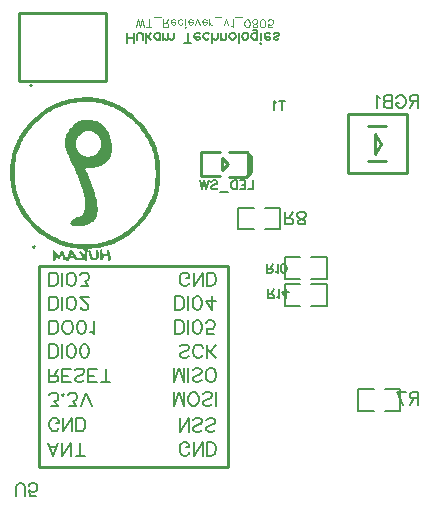
<source format=gbo>
G04 Layer: BottomSilkscreenLayer*
G04 EasyEDA v6.5.1, 2022-03-21 16:47:25*
G04 955ef46bbe064569b540ea905b21d435,97f3a3507f384188ab3f8c3e8ba95b97,10*
G04 Gerber Generator version 0.2*
G04 Scale: 100 percent, Rotated: No, Reflected: No *
G04 Dimensions in millimeters *
G04 leading zeros omitted , absolute positions ,4 integer and 5 decimal *
%FSLAX45Y45*%
%MOMM*%

%ADD10C,0.2540*%
%ADD12C,0.2032*%
%ADD37C,0.1524*%
%ADD38C,0.1200*%
%ADD42C,0.1500*%

%LPD*%
G36*
X4550562Y3819194D02*
G01*
X4525416Y3818585D01*
X4500219Y3816908D01*
X4487621Y3815740D01*
X4475022Y3814267D01*
X4456125Y3811625D01*
X4430877Y3807155D01*
X4405731Y3801719D01*
X4380636Y3795318D01*
X4355642Y3787851D01*
X4343196Y3783787D01*
X4330801Y3779469D01*
X4306112Y3770071D01*
X4287723Y3762349D01*
X4275531Y3756914D01*
X4257344Y3748328D01*
X4247438Y3743299D01*
X4237482Y3737864D01*
X4217263Y3725722D01*
X4196842Y3712159D01*
X4176369Y3697224D01*
X4155998Y3681120D01*
X4135831Y3663899D01*
X4125874Y3655009D01*
X4106265Y3636518D01*
X4087266Y3617315D01*
X4078020Y3607511D01*
X4064558Y3592576D01*
X4051554Y3577437D01*
X4035145Y3557015D01*
X4019854Y3536492D01*
X4005834Y3515969D01*
X3999382Y3505758D01*
X3993286Y3495598D01*
X3987546Y3485540D01*
X3982262Y3475583D01*
X3977386Y3465728D01*
X3966413Y3441649D01*
X3958894Y3423869D01*
X3951986Y3406190D01*
X3947668Y3394456D01*
X3943654Y3382772D01*
X3938066Y3365246D01*
X3934663Y3353612D01*
X3928618Y3330244D01*
X3923487Y3306673D01*
X3919321Y3282899D01*
X3916070Y3258820D01*
X3913733Y3234232D01*
X3912870Y3221736D01*
X3912006Y3202736D01*
X3911600Y3176778D01*
X3911653Y3169666D01*
X3951630Y3169666D01*
X3951833Y3198164D01*
X3952798Y3226257D01*
X3954526Y3253282D01*
X3957065Y3278581D01*
X3958590Y3290417D01*
X3960317Y3301644D01*
X3964381Y3321812D01*
X3970477Y3343910D01*
X3975912Y3361283D01*
X3981907Y3378454D01*
X3990746Y3401060D01*
X4000398Y3423259D01*
X4010964Y3445001D01*
X4019448Y3461054D01*
X4031487Y3482035D01*
X4044340Y3502507D01*
X4057954Y3522472D01*
X4072331Y3541928D01*
X4079798Y3551428D01*
X4095242Y3570020D01*
X4107332Y3583533D01*
X4123994Y3601059D01*
X4136898Y3613759D01*
X4154728Y3630117D01*
X4163822Y3638042D01*
X4182567Y3653332D01*
X4192117Y3660749D01*
X4211675Y3674973D01*
X4221683Y3681780D01*
X4236872Y3691636D01*
X4247184Y3697986D01*
X4268165Y3710025D01*
X4278833Y3715765D01*
X4300524Y3726535D01*
X4311548Y3731615D01*
X4328261Y3738829D01*
X4350867Y3747617D01*
X4368088Y3753612D01*
X4379671Y3757320D01*
X4390237Y3760419D01*
X4400194Y3763010D01*
X4421987Y3767683D01*
X4433722Y3769766D01*
X4458411Y3773373D01*
X4484319Y3776319D01*
X4510989Y3778453D01*
X4524349Y3779265D01*
X4544364Y3780078D01*
X4570476Y3780383D01*
X4595469Y3779875D01*
X4618786Y3778453D01*
X4629607Y3777386D01*
X4639818Y3776116D01*
X4649317Y3774592D01*
X4661509Y3772204D01*
X4685690Y3766667D01*
X4697730Y3763467D01*
X4721656Y3756253D01*
X4733544Y3752240D01*
X4757115Y3743401D01*
X4768799Y3738626D01*
X4780381Y3733596D01*
X4797602Y3725570D01*
X4808931Y3719931D01*
X4825796Y3710990D01*
X4836871Y3704793D01*
X4858664Y3691686D01*
X4869383Y3684828D01*
X4890414Y3670452D01*
X4910836Y3655263D01*
X4930597Y3639312D01*
X4949698Y3622649D01*
X4968036Y3605276D01*
X4976926Y3596335D01*
X4989830Y3582670D01*
X4998212Y3573322D01*
X5006340Y3563874D01*
X5021986Y3544468D01*
X5029454Y3534562D01*
X5036667Y3524554D01*
X5050383Y3504082D01*
X5056835Y3493719D01*
X5063032Y3483203D01*
X5074615Y3461867D01*
X5086858Y3436924D01*
X5098084Y3412693D01*
X5107787Y3390087D01*
X5115966Y3368700D01*
X5119573Y3358286D01*
X5125821Y3337763D01*
X5128463Y3327552D01*
X5130850Y3317290D01*
X5132933Y3306927D01*
X5135626Y3291027D01*
X5138369Y3268929D01*
X5140248Y3245307D01*
X5141417Y3219754D01*
X5141925Y3191814D01*
X5141823Y3150666D01*
X5141061Y3119932D01*
X5140401Y3106115D01*
X5138521Y3081070D01*
X5137302Y3069691D01*
X5135829Y3058972D01*
X5134152Y3048762D01*
X5132222Y3039059D01*
X5130088Y3029712D01*
X5125008Y3011728D01*
X5117134Y2989072D01*
X5107990Y2965196D01*
X5098135Y2941929D01*
X5090261Y2924860D01*
X5079187Y2902661D01*
X5070449Y2886405D01*
X5064404Y2875737D01*
X5055057Y2860090D01*
X5045303Y2844749D01*
X5031740Y2824886D01*
X5017566Y2805684D01*
X5002733Y2787091D01*
X4991201Y2773629D01*
X4975301Y2756255D01*
X4958791Y2739542D01*
X4950307Y2731465D01*
X4937302Y2719628D01*
X4923993Y2708249D01*
X4910328Y2697226D01*
X4901082Y2690114D01*
X4886909Y2679801D01*
X4867503Y2666695D01*
X4847590Y2654300D01*
X4827117Y2642666D01*
X4811420Y2634488D01*
X4795418Y2626664D01*
X4784598Y2621737D01*
X4768138Y2614676D01*
X4751374Y2608072D01*
X4728616Y2599944D01*
X4706416Y2593086D01*
X4695342Y2590190D01*
X4683810Y2587548D01*
X4671872Y2585110D01*
X4659579Y2582926D01*
X4634026Y2579268D01*
X4620869Y2577795D01*
X4600803Y2576017D01*
X4587240Y2575153D01*
X4559858Y2574137D01*
X4532426Y2574086D01*
X4518812Y2574391D01*
X4491939Y2575814D01*
X4478782Y2576830D01*
X4459528Y2578912D01*
X4434941Y2582468D01*
X4423257Y2584653D01*
X4411929Y2587040D01*
X4401108Y2589682D01*
X4390796Y2592578D01*
X4366920Y2600299D01*
X4355134Y2604465D01*
X4331919Y2613507D01*
X4309160Y2623362D01*
X4286910Y2634081D01*
X4265168Y2645613D01*
X4243933Y2657957D01*
X4223258Y2671114D01*
X4213148Y2677922D01*
X4203141Y2684983D01*
X4188460Y2695854D01*
X4169410Y2710992D01*
X4160113Y2718816D01*
X4146448Y2730906D01*
X4137558Y2739136D01*
X4124553Y2751836D01*
X4116070Y2760472D01*
X4103674Y2773781D01*
X4087774Y2792018D01*
X4072636Y2810865D01*
X4058208Y2830271D01*
X4051249Y2840228D01*
X4044543Y2850286D01*
X4034840Y2865577D01*
X4022598Y2886456D01*
X4016756Y2897073D01*
X4005732Y2918714D01*
X3998061Y2935224D01*
X3993184Y2946349D01*
X3984142Y2969006D01*
X3976014Y2992018D01*
X3968800Y3015437D01*
X3965549Y3027273D01*
X3963314Y3036519D01*
X3961282Y3046628D01*
X3959453Y3057448D01*
X3957777Y3068980D01*
X3955084Y3093821D01*
X3953154Y3120440D01*
X3951986Y3148330D01*
X3951630Y3169666D01*
X3911653Y3169666D01*
X3912311Y3143148D01*
X3913022Y3129889D01*
X3915156Y3103778D01*
X3916527Y3090926D01*
X3919067Y3071825D01*
X3921099Y3059226D01*
X3924503Y3040583D01*
X3927094Y3028289D01*
X3932986Y3004058D01*
X3936288Y2992120D01*
X3941724Y2974390D01*
X3949750Y2951124D01*
X3958793Y2928264D01*
X3963670Y2916986D01*
X3974134Y2894736D01*
X3985615Y2872892D01*
X3991711Y2862122D01*
X4004665Y2840837D01*
X4011472Y2830372D01*
X4022191Y2814777D01*
X4029659Y2804464D01*
X4041343Y2789224D01*
X4057751Y2769158D01*
X4066336Y2759252D01*
X4084269Y2739694D01*
X4093718Y2729890D01*
X4112920Y2710992D01*
X4132579Y2693009D01*
X4147565Y2680157D01*
X4167835Y2663799D01*
X4178096Y2655976D01*
X4198874Y2641041D01*
X4219956Y2627122D01*
X4230573Y2620518D01*
X4252010Y2608072D01*
X4262831Y2602230D01*
X4284675Y2591308D01*
X4306671Y2581402D01*
X4317695Y2576830D01*
X4328820Y2572512D01*
X4339945Y2568498D01*
X4362297Y2561234D01*
X4373524Y2557983D01*
X4384751Y2555036D01*
X4407306Y2549906D01*
X4424222Y2546807D01*
X4446879Y2543657D01*
X4471060Y2540812D01*
X4490872Y2538222D01*
X4506823Y2535682D01*
X4519218Y2533091D01*
X4528566Y2530297D01*
X4532223Y2528722D01*
X4535271Y2527096D01*
X4537760Y2525268D01*
X4539742Y2523337D01*
X4541266Y2521204D01*
X4542383Y2518867D01*
X4543196Y2516327D01*
X4543704Y2513584D01*
X4544009Y2507234D01*
X4543958Y2500426D01*
X4543653Y2495499D01*
X4542840Y2492451D01*
X4541316Y2491282D01*
X4538929Y2491841D01*
X4535424Y2494178D01*
X4530547Y2498242D01*
X4524197Y2504033D01*
X4518202Y2509012D01*
X4512818Y2512618D01*
X4508042Y2515006D01*
X4503978Y2516174D01*
X4500727Y2516225D01*
X4498340Y2515209D01*
X4496968Y2513177D01*
X4496663Y2510282D01*
X4497527Y2506472D01*
X4499610Y2501950D01*
X4503013Y2496667D01*
X4514748Y2482799D01*
X4519625Y2476296D01*
X4522419Y2471115D01*
X4523079Y2467000D01*
X4521606Y2463698D01*
X4517948Y2460904D01*
X4512106Y2458466D01*
X4504080Y2456129D01*
X4500321Y2455367D01*
X4496714Y2455113D01*
X4493158Y2455468D01*
X4489704Y2456434D01*
X4486249Y2458008D01*
X4482744Y2460294D01*
X4479137Y2463241D01*
X4475429Y2466949D01*
X4471517Y2471420D01*
X4467402Y2476703D01*
X4452975Y2497683D01*
X4447692Y2504998D01*
X4437888Y2517394D01*
X4433570Y2522169D01*
X4429912Y2525776D01*
X4426915Y2528062D01*
X4424832Y2528874D01*
X4423054Y2528163D01*
X4420920Y2526131D01*
X4418533Y2522880D01*
X4415993Y2518613D01*
X4413351Y2513482D01*
X4410659Y2507538D01*
X4408068Y2500985D01*
X4404630Y2491130D01*
X4426102Y2491130D01*
X4427270Y2494280D01*
X4429963Y2494991D01*
X4433163Y2492959D01*
X4436516Y2488438D01*
X4439564Y2481986D01*
X4442358Y2473706D01*
X4442510Y2470200D01*
X4439767Y2471115D01*
X4434027Y2476398D01*
X4429709Y2481580D01*
X4427016Y2486710D01*
X4426102Y2491130D01*
X4404630Y2491130D01*
X4400448Y2479852D01*
X4397959Y2474264D01*
X4395520Y2469591D01*
X4393133Y2465933D01*
X4390796Y2463190D01*
X4388510Y2461412D01*
X4386275Y2460650D01*
X4384141Y2460802D01*
X4382058Y2461920D01*
X4380026Y2464054D01*
X4378096Y2467102D01*
X4376216Y2471115D01*
X4374388Y2476144D01*
X4372660Y2482088D01*
X4369409Y2495194D01*
X4367530Y2500680D01*
X4365396Y2505405D01*
X4363008Y2509418D01*
X4360468Y2512669D01*
X4357827Y2515209D01*
X4355084Y2516987D01*
X4352239Y2517952D01*
X4349445Y2518156D01*
X4346651Y2517597D01*
X4343958Y2516225D01*
X4341368Y2514041D01*
X4338929Y2511044D01*
X4336745Y2507234D01*
X4334764Y2502560D01*
X4333036Y2497074D01*
X4331157Y2490012D01*
X4329430Y2485034D01*
X4327652Y2482189D01*
X4325416Y2481529D01*
X4322521Y2483154D01*
X4318558Y2487066D01*
X4306468Y2502052D01*
X4297730Y2512466D01*
X4289450Y2521000D01*
X4285742Y2524302D01*
X4282490Y2526741D01*
X4279798Y2528316D01*
X4277868Y2528874D01*
X4276344Y2527858D01*
X4274921Y2524963D01*
X4273702Y2520340D01*
X4272686Y2514244D01*
X4271924Y2506878D01*
X4271365Y2498445D01*
X4271111Y2489098D01*
X4271162Y2479090D01*
X4271568Y2467610D01*
X4272381Y2457551D01*
X4273550Y2449017D01*
X4275023Y2441956D01*
X4276902Y2436469D01*
X4279087Y2432507D01*
X4281627Y2430068D01*
X4284522Y2429256D01*
X4289348Y2431338D01*
X4293260Y2437079D01*
X4295902Y2445562D01*
X4296867Y2456027D01*
X4296918Y2464257D01*
X4297222Y2470251D01*
X4297832Y2474112D01*
X4298899Y2475992D01*
X4300524Y2475890D01*
X4302861Y2473858D01*
X4306011Y2470099D01*
X4314393Y2458821D01*
X4317898Y2454859D01*
X4320946Y2452624D01*
X4323842Y2452217D01*
X4326890Y2453690D01*
X4330344Y2457043D01*
X4334560Y2462428D01*
X4356201Y2493467D01*
X4356354Y2457958D01*
X4356963Y2452116D01*
X4357979Y2447594D01*
X4359503Y2444394D01*
X4361535Y2442413D01*
X4364228Y2441549D01*
X4367530Y2441752D01*
X4377182Y2444597D01*
X4380788Y2444394D01*
X4382058Y2442514D01*
X4379620Y2435250D01*
X4380788Y2432100D01*
X4384040Y2429967D01*
X4389120Y2429205D01*
X4395165Y2430373D01*
X4400956Y2433574D01*
X4405833Y2438349D01*
X4411421Y2448204D01*
X4414621Y2451608D01*
X4418634Y2454351D01*
X4423257Y2456484D01*
X4428337Y2457907D01*
X4433671Y2458669D01*
X4439107Y2458720D01*
X4444390Y2458110D01*
X4449368Y2456688D01*
X4453839Y2454605D01*
X4457700Y2451709D01*
X4460646Y2448052D01*
X4462830Y2445715D01*
X4466132Y2443886D01*
X4470501Y2442514D01*
X4475835Y2441651D01*
X4482134Y2441244D01*
X4489246Y2441397D01*
X4497120Y2442006D01*
X4514037Y2444343D01*
X4521504Y2445054D01*
X4528058Y2445207D01*
X4533595Y2444953D01*
X4538014Y2444191D01*
X4541316Y2443022D01*
X4543348Y2441346D01*
X4544009Y2439263D01*
X4544771Y2435352D01*
X4546752Y2432151D01*
X4549749Y2430018D01*
X4553407Y2429205D01*
X4555337Y2430272D01*
X4557268Y2433320D01*
X4559147Y2438146D01*
X4560874Y2444597D01*
X4562449Y2452319D01*
X4563872Y2461209D01*
X4564938Y2471013D01*
X4565751Y2481529D01*
X4568748Y2533853D01*
X4637582Y2541524D01*
X4661966Y2544978D01*
X4674006Y2547061D01*
X4691837Y2550617D01*
X4715306Y2556205D01*
X4726889Y2559354D01*
X4744110Y2564536D01*
X4755438Y2568244D01*
X4777892Y2576474D01*
X4788966Y2580944D01*
X4810861Y2590596D01*
X4832400Y2601264D01*
X4843068Y2606954D01*
X4853635Y2612898D01*
X4869332Y2622245D01*
X4884877Y2632202D01*
X4905349Y2646324D01*
X4925517Y2661462D01*
X4935524Y2669387D01*
X4955286Y2686050D01*
X4969967Y2699207D01*
X4979670Y2708300D01*
X4998872Y2727299D01*
X5007965Y2736697D01*
X5021173Y2750972D01*
X5037937Y2770276D01*
X5046014Y2780030D01*
X5057648Y2794863D01*
X5072380Y2814929D01*
X5079441Y2825089D01*
X5092852Y2845714D01*
X5099253Y2856179D01*
X5111394Y2877413D01*
X5122672Y2899105D01*
X5130546Y2915615D01*
X5135575Y2926791D01*
X5142687Y2943758D01*
X5151475Y2966821D01*
X5159451Y2990392D01*
X5163108Y3002330D01*
X5165648Y3011576D01*
X5168036Y3021533D01*
X5170170Y3032150D01*
X5173980Y3055162D01*
X5176977Y3080105D01*
X5179263Y3106623D01*
X5180736Y3134258D01*
X5181244Y3148330D01*
X5181600Y3169666D01*
X5181396Y3198164D01*
X5180736Y3219348D01*
X5180076Y3233267D01*
X5178755Y3253689D01*
X5176316Y3279901D01*
X5173116Y3304387D01*
X5169154Y3326841D01*
X5166868Y3337102D01*
X5164429Y3346704D01*
X5157571Y3369005D01*
X5151526Y3386531D01*
X5142738Y3409492D01*
X5133136Y3432098D01*
X5122773Y3454196D01*
X5114493Y3470452D01*
X5102758Y3491788D01*
X5093512Y3507384D01*
X5080508Y3527806D01*
X5073751Y3537813D01*
X5059730Y3557422D01*
X5052466Y3567023D01*
X5041290Y3581146D01*
X5025796Y3599434D01*
X5013756Y3612794D01*
X4997196Y3630066D01*
X4980025Y3646678D01*
X4962347Y3662679D01*
X4939436Y3681729D01*
X4920538Y3696157D01*
X4906060Y3706571D01*
X4891278Y3716528D01*
X4876241Y3726078D01*
X4855819Y3738168D01*
X4845456Y3743960D01*
X4829657Y3752240D01*
X4808321Y3762603D01*
X4786579Y3772103D01*
X4770018Y3778758D01*
X4747666Y3786835D01*
X4724958Y3794048D01*
X4701997Y3800449D01*
X4678730Y3805885D01*
X4655159Y3810457D01*
X4643323Y3812387D01*
X4619040Y3815587D01*
X4600498Y3817365D01*
X4575556Y3818788D01*
X4563059Y3819144D01*
G37*
G36*
X4546752Y3625087D02*
G01*
X4530953Y3624783D01*
X4517948Y3624021D01*
X4507077Y3622446D01*
X4502200Y3621278D01*
X4497628Y3619855D01*
X4493310Y3618128D01*
X4489043Y3616045D01*
X4484827Y3613556D01*
X4476140Y3607460D01*
X4466590Y3599434D01*
X4455464Y3589375D01*
X4443069Y3577793D01*
X4431893Y3566871D01*
X4421936Y3556457D01*
X4413148Y3546449D01*
X4405477Y3536746D01*
X4398873Y3527145D01*
X4393234Y3517595D01*
X4390745Y3512820D01*
X4386427Y3503066D01*
X4382973Y3493008D01*
X4380280Y3482543D01*
X4378299Y3471570D01*
X4376978Y3459886D01*
X4376216Y3447440D01*
X4376004Y3428237D01*
X4467098Y3428237D01*
X4467606Y3437788D01*
X4468926Y3447237D01*
X4471162Y3456533D01*
X4474210Y3465677D01*
X4478172Y3474516D01*
X4483049Y3483051D01*
X4485792Y3487165D01*
X4488789Y3491179D01*
X4492040Y3495090D01*
X4499254Y3502507D01*
X4507433Y3509416D01*
X4516577Y3515664D01*
X4523587Y3519678D01*
X4531106Y3523386D01*
X4538878Y3526790D01*
X4546701Y3529736D01*
X4554321Y3532174D01*
X4561535Y3534003D01*
X4568037Y3535172D01*
X4573676Y3535578D01*
X4579112Y3535324D01*
X4584750Y3534562D01*
X4590542Y3533343D01*
X4596485Y3531666D01*
X4602530Y3529584D01*
X4608576Y3527094D01*
X4614621Y3524300D01*
X4620615Y3521151D01*
X4626559Y3517696D01*
X4632350Y3513988D01*
X4637938Y3510026D01*
X4643323Y3505860D01*
X4648504Y3501491D01*
X4653330Y3497021D01*
X4657801Y3492347D01*
X4661916Y3487623D01*
X4665573Y3482848D01*
X4668774Y3478022D01*
X4671466Y3473196D01*
X4673600Y3468370D01*
X4675479Y3462985D01*
X4677105Y3457549D01*
X4679442Y3446678D01*
X4680204Y3441242D01*
X4680864Y3430422D01*
X4680508Y3419652D01*
X4679137Y3409086D01*
X4678121Y3403904D01*
X4676851Y3398774D01*
X4673600Y3388766D01*
X4669485Y3379114D01*
X4664557Y3369919D01*
X4658817Y3361182D01*
X4652365Y3353054D01*
X4645202Y3345535D01*
X4637379Y3338728D01*
X4628946Y3332734D01*
X4619955Y3327552D01*
X4615281Y3325266D01*
X4610455Y3323234D01*
X4605528Y3321456D01*
X4600448Y3319932D01*
X4595266Y3318662D01*
X4590034Y3317646D01*
X4584649Y3316935D01*
X4579213Y3316478D01*
X4573676Y3316325D01*
X4568037Y3316478D01*
X4562551Y3316884D01*
X4557217Y3317544D01*
X4551984Y3318459D01*
X4541926Y3320999D01*
X4537100Y3322624D01*
X4527854Y3326536D01*
X4523486Y3328771D01*
X4515104Y3333902D01*
X4507331Y3339693D01*
X4500219Y3346145D01*
X4493768Y3353257D01*
X4487926Y3360826D01*
X4482744Y3368903D01*
X4478324Y3377336D01*
X4474565Y3386124D01*
X4471568Y3395218D01*
X4469333Y3404514D01*
X4467809Y3413963D01*
X4467148Y3423462D01*
X4467098Y3428237D01*
X4376004Y3428237D01*
X4376267Y3421786D01*
X4376877Y3413810D01*
X4377842Y3405733D01*
X4379264Y3397453D01*
X4381195Y3388817D01*
X4383633Y3379673D01*
X4386681Y3369868D01*
X4390390Y3359200D01*
X4394809Y3347567D01*
X4406036Y3320643D01*
X4420717Y3287877D01*
X4456633Y3211372D01*
X4471162Y3179775D01*
X4484116Y3150514D01*
X4495546Y3123387D01*
X4505604Y3098139D01*
X4514291Y3074466D01*
X4521657Y3052216D01*
X4527905Y3031134D01*
X4531817Y3015945D01*
X4535119Y3001111D01*
X4538624Y2981858D01*
X4541215Y2962960D01*
X4542942Y2944063D01*
X4543958Y2920238D01*
X4544009Y2910535D01*
X4543602Y2894177D01*
X4543094Y2886557D01*
X4541418Y2872333D01*
X4538929Y2859481D01*
X4537354Y2853639D01*
X4535576Y2848102D01*
X4533646Y2842920D01*
X4531461Y2838145D01*
X4529074Y2833674D01*
X4526483Y2829560D01*
X4523638Y2825800D01*
X4520641Y2822448D01*
X4517440Y2819400D01*
X4513986Y2816707D01*
X4510379Y2814421D01*
X4506518Y2812440D01*
X4502505Y2810865D01*
X4498238Y2809595D01*
X4493768Y2808681D01*
X4489145Y2808173D01*
X4484268Y2807970D01*
X4479696Y2807462D01*
X4474413Y2805988D01*
X4468672Y2803652D01*
X4462576Y2800553D01*
X4456379Y2796794D01*
X4450232Y2792476D01*
X4444339Y2787751D01*
X4438904Y2782620D01*
X4434789Y2778302D01*
X4431182Y2774137D01*
X4428134Y2770124D01*
X4425645Y2766263D01*
X4423714Y2762656D01*
X4422292Y2759151D01*
X4421428Y2755900D01*
X4421124Y2752750D01*
X4421327Y2749854D01*
X4422089Y2747060D01*
X4423410Y2744520D01*
X4425238Y2742133D01*
X4427575Y2739948D01*
X4430522Y2737916D01*
X4433925Y2736088D01*
X4437888Y2734462D01*
X4442409Y2732989D01*
X4447438Y2731770D01*
X4459122Y2729788D01*
X4472889Y2728620D01*
X4480560Y2728315D01*
X4495647Y2728315D01*
X4509109Y2729128D01*
X4522216Y2730601D01*
X4534966Y2732836D01*
X4547209Y2735783D01*
X4558995Y2739390D01*
X4570272Y2743606D01*
X4580940Y2748483D01*
X4590999Y2753969D01*
X4600346Y2760014D01*
X4609033Y2766618D01*
X4616958Y2773781D01*
X4624070Y2781401D01*
X4630369Y2789529D01*
X4635754Y2798114D01*
X4640224Y2807106D01*
X4643221Y2814929D01*
X4645202Y2821432D01*
X4646930Y2828290D01*
X4648352Y2835452D01*
X4649470Y2842971D01*
X4650282Y2850794D01*
X4650790Y2858922D01*
X4651044Y2867406D01*
X4650587Y2885287D01*
X4649927Y2894736D01*
X4648962Y2904490D01*
X4646168Y2925013D01*
X4642154Y2946857D01*
X4636922Y2969971D01*
X4630521Y2994406D01*
X4626914Y3007156D01*
X4618685Y3033572D01*
X4614164Y3047339D01*
X4604156Y3075787D01*
X4592980Y3105556D01*
X4580585Y3136696D01*
X4566970Y3169158D01*
X4548327Y3211677D01*
X4548327Y3213811D01*
X4550308Y3215792D01*
X4554118Y3217519D01*
X4559604Y3219043D01*
X4566716Y3220262D01*
X4575251Y3221228D01*
X4585208Y3221837D01*
X4603191Y3222294D01*
X4616754Y3223260D01*
X4630064Y3225038D01*
X4643069Y3227578D01*
X4655667Y3230880D01*
X4667910Y3234944D01*
X4679696Y3239719D01*
X4690973Y3245205D01*
X4701692Y3251352D01*
X4706874Y3254654D01*
X4716729Y3261766D01*
X4725924Y3269538D01*
X4734407Y3277870D01*
X4742180Y3286760D01*
X4745786Y3291433D01*
X4752289Y3301085D01*
X4757724Y3310585D01*
X4762093Y3320237D01*
X4763922Y3325266D01*
X4765497Y3330498D01*
X4767986Y3341725D01*
X4769713Y3354374D01*
X4770780Y3368903D01*
X4771237Y3385667D01*
X4771237Y3401669D01*
X4770678Y3414776D01*
X4769612Y3427628D01*
X4768088Y3440277D01*
X4766005Y3452622D01*
X4763465Y3464763D01*
X4760468Y3476599D01*
X4756962Y3488131D01*
X4753000Y3499408D01*
X4748580Y3510330D01*
X4743704Y3520897D01*
X4738370Y3531158D01*
X4732629Y3541014D01*
X4726432Y3550513D01*
X4719828Y3559606D01*
X4712817Y3568293D01*
X4705400Y3576523D01*
X4697577Y3584346D01*
X4689398Y3591712D01*
X4680813Y3598621D01*
X4671822Y3605022D01*
X4662525Y3610965D01*
X4657699Y3613708D01*
X4652264Y3615944D01*
X4644339Y3618026D01*
X4634331Y3619906D01*
X4622647Y3621582D01*
X4609541Y3623005D01*
X4595520Y3624072D01*
X4580890Y3624783D01*
G37*
G36*
X4682439Y2538831D02*
G01*
X4680458Y2537815D01*
X4678578Y2534920D01*
X4676902Y2530297D01*
X4675428Y2524201D01*
X4674209Y2516835D01*
X4673295Y2508351D01*
X4672736Y2499004D01*
X4672533Y2488996D01*
X4672736Y2476042D01*
X4673295Y2465324D01*
X4674260Y2456688D01*
X4675733Y2449982D01*
X4677765Y2445004D01*
X4680305Y2441651D01*
X4683506Y2439771D01*
X4687366Y2439162D01*
X4693158Y2440736D01*
X4697882Y2445004D01*
X4701032Y2451303D01*
X4703419Y2467813D01*
X4707128Y2474061D01*
X4713325Y2477820D01*
X4721961Y2479040D01*
X4726990Y2478735D01*
X4731156Y2477719D01*
X4734610Y2475992D01*
X4737303Y2473452D01*
X4739284Y2470048D01*
X4740706Y2465730D01*
X4741468Y2460447D01*
X4741722Y2454097D01*
X4742535Y2444445D01*
X4744669Y2436520D01*
X4747768Y2431186D01*
X4751628Y2429205D01*
X4753559Y2429662D01*
X4755286Y2431084D01*
X4756810Y2433320D01*
X4758131Y2436368D01*
X4759198Y2440076D01*
X4760671Y2449372D01*
X4761179Y2460548D01*
X4760722Y2473045D01*
X4759350Y2486355D01*
X4756912Y2499817D01*
X4755286Y2506472D01*
X4753305Y2512568D01*
X4750968Y2517698D01*
X4748377Y2521915D01*
X4745685Y2525115D01*
X4742992Y2527300D01*
X4740351Y2528417D01*
X4738014Y2528468D01*
X4735982Y2527350D01*
X4734458Y2525166D01*
X4733493Y2521813D01*
X4733290Y2517241D01*
X4733899Y2511450D01*
X4733798Y2503576D01*
X4730496Y2497531D01*
X4724095Y2493314D01*
X4714544Y2490825D01*
X4708398Y2490165D01*
X4703419Y2490266D01*
X4699558Y2491282D01*
X4696663Y2493213D01*
X4694580Y2496312D01*
X4693259Y2500579D01*
X4692497Y2506167D01*
X4692294Y2513228D01*
X4691532Y2523185D01*
X4689398Y2531313D01*
X4686249Y2536850D01*
G37*
G36*
X4645253Y2529281D02*
G01*
X4642764Y2528620D01*
X4640630Y2526842D01*
X4638954Y2524048D01*
X4637836Y2520289D01*
X4637328Y2515666D01*
X4637633Y2510231D01*
X4639970Y2498699D01*
X4640783Y2493162D01*
X4641545Y2482037D01*
X4641443Y2476804D01*
X4641088Y2471978D01*
X4640376Y2467762D01*
X4639360Y2464257D01*
X4637481Y2460193D01*
X4635246Y2457043D01*
X4632756Y2454859D01*
X4630064Y2453589D01*
X4627219Y2453132D01*
X4624273Y2453487D01*
X4621276Y2454656D01*
X4618228Y2456586D01*
X4615180Y2459228D01*
X4612233Y2462530D01*
X4609439Y2466492D01*
X4606798Y2471064D01*
X4604359Y2476195D01*
X4602226Y2481884D01*
X4600397Y2488031D01*
X4597450Y2501544D01*
X4595723Y2507945D01*
X4593742Y2513787D01*
X4591659Y2518816D01*
X4589475Y2523032D01*
X4587290Y2526182D01*
X4585157Y2528163D01*
X4583125Y2528874D01*
X4580280Y2528468D01*
X4577943Y2527249D01*
X4576216Y2525166D01*
X4574997Y2522321D01*
X4574286Y2518613D01*
X4574184Y2514142D01*
X4574590Y2508808D01*
X4575505Y2502662D01*
X4577029Y2495702D01*
X4579010Y2487980D01*
X4584700Y2469997D01*
X4588205Y2460650D01*
X4591558Y2453335D01*
X4595114Y2447899D01*
X4599178Y2444089D01*
X4604105Y2441752D01*
X4610100Y2440584D01*
X4617567Y2440432D01*
X4626711Y2441092D01*
X4635500Y2442210D01*
X4642561Y2443784D01*
X4648200Y2445918D01*
X4652518Y2448864D01*
X4655718Y2452827D01*
X4658055Y2457958D01*
X4659731Y2464409D01*
X4660900Y2472385D01*
X4661458Y2478379D01*
X4661763Y2484475D01*
X4661611Y2496515D01*
X4660595Y2507081D01*
X4659782Y2511348D01*
X4658766Y2514752D01*
X4656277Y2520289D01*
X4653534Y2524455D01*
X4650740Y2527300D01*
X4647946Y2528874D01*
G37*
D38*
X4978400Y4412462D02*
G01*
X4994308Y4479282D01*
X5010218Y4412462D02*
G01*
X4994308Y4479282D01*
X5010218Y4412462D02*
G01*
X5026126Y4479282D01*
X5042037Y4412462D02*
G01*
X5026126Y4479282D01*
X5085308Y4412462D02*
G01*
X5085308Y4479282D01*
X5063035Y4412462D02*
G01*
X5107581Y4412462D01*
X5128582Y4501555D02*
G01*
X5185854Y4501555D01*
X5206855Y4412462D02*
G01*
X5206855Y4479282D01*
X5206855Y4412462D02*
G01*
X5235491Y4412462D01*
X5245036Y4415645D01*
X5248216Y4418827D01*
X5251399Y4425190D01*
X5251399Y4431555D01*
X5248216Y4437918D01*
X5245036Y4441101D01*
X5235491Y4444281D01*
X5206855Y4444281D01*
X5229125Y4444281D02*
G01*
X5251399Y4479282D01*
X5272399Y4453826D02*
G01*
X5310581Y4453826D01*
X5310581Y4447463D01*
X5307398Y4441101D01*
X5304218Y4437918D01*
X5297853Y4434735D01*
X5288307Y4434735D01*
X5281945Y4437918D01*
X5275579Y4444281D01*
X5272399Y4453826D01*
X5272399Y4460191D01*
X5275579Y4469737D01*
X5281945Y4476099D01*
X5288307Y4479282D01*
X5297853Y4479282D01*
X5304218Y4476099D01*
X5310581Y4469737D01*
X5369763Y4444281D02*
G01*
X5363400Y4437918D01*
X5357035Y4434735D01*
X5347489Y4434735D01*
X5341127Y4437918D01*
X5334761Y4444281D01*
X5331581Y4453826D01*
X5331581Y4460191D01*
X5334761Y4469737D01*
X5341127Y4476099D01*
X5347489Y4479282D01*
X5357035Y4479282D01*
X5363400Y4476099D01*
X5369763Y4469737D01*
X5390763Y4412462D02*
G01*
X5393943Y4415645D01*
X5397126Y4412462D01*
X5393943Y4409282D01*
X5390763Y4412462D01*
X5393943Y4434735D02*
G01*
X5393943Y4479282D01*
X5418127Y4453826D02*
G01*
X5456308Y4453826D01*
X5456308Y4447463D01*
X5453125Y4441101D01*
X5449943Y4437918D01*
X5443580Y4434735D01*
X5434035Y4434735D01*
X5427672Y4437918D01*
X5421307Y4444281D01*
X5418127Y4453826D01*
X5418127Y4460191D01*
X5421307Y4469737D01*
X5427672Y4476099D01*
X5434035Y4479282D01*
X5443580Y4479282D01*
X5449943Y4476099D01*
X5456308Y4469737D01*
X5477309Y4434735D02*
G01*
X5496399Y4479282D01*
X5515490Y4434735D02*
G01*
X5496399Y4479282D01*
X5536488Y4453826D02*
G01*
X5574672Y4453826D01*
X5574672Y4447463D01*
X5571490Y4441101D01*
X5568307Y4437918D01*
X5561944Y4434735D01*
X5552399Y4434735D01*
X5546034Y4437918D01*
X5539671Y4444281D01*
X5536488Y4453826D01*
X5536488Y4460191D01*
X5539671Y4469737D01*
X5546034Y4476099D01*
X5552399Y4479282D01*
X5561944Y4479282D01*
X5568307Y4476099D01*
X5574672Y4469737D01*
X5595670Y4434735D02*
G01*
X5595670Y4479282D01*
X5595670Y4453826D02*
G01*
X5598853Y4444281D01*
X5605216Y4437918D01*
X5611581Y4434735D01*
X5621126Y4434735D01*
X5642124Y4501555D02*
G01*
X5699399Y4501555D01*
X5720397Y4434735D02*
G01*
X5739488Y4479282D01*
X5758581Y4434735D02*
G01*
X5739488Y4479282D01*
X5779579Y4425190D02*
G01*
X5785944Y4422010D01*
X5795490Y4412462D01*
X5795490Y4479282D01*
X5816488Y4501555D02*
G01*
X5873762Y4501555D01*
X5913851Y4412462D02*
G01*
X5904306Y4415645D01*
X5897943Y4425190D01*
X5894760Y4441101D01*
X5894760Y4450646D01*
X5897943Y4466554D01*
X5904306Y4476099D01*
X5913851Y4479282D01*
X5920216Y4479282D01*
X5929762Y4476099D01*
X5936124Y4466554D01*
X5939307Y4450646D01*
X5939307Y4441101D01*
X5936124Y4425190D01*
X5929762Y4415645D01*
X5920216Y4412462D01*
X5913851Y4412462D01*
X5976216Y4412462D02*
G01*
X5966670Y4415645D01*
X5963488Y4422010D01*
X5963488Y4428373D01*
X5966670Y4434735D01*
X5973033Y4437918D01*
X5985761Y4441101D01*
X5995306Y4444281D01*
X6001669Y4450646D01*
X6004852Y4457009D01*
X6004852Y4466554D01*
X6001669Y4472917D01*
X5998489Y4476099D01*
X5988944Y4479282D01*
X5976216Y4479282D01*
X5966670Y4476099D01*
X5963488Y4472917D01*
X5960308Y4466554D01*
X5960308Y4457009D01*
X5963488Y4450646D01*
X5969853Y4444281D01*
X5979398Y4441101D01*
X5992124Y4437918D01*
X5998489Y4434735D01*
X6001669Y4428373D01*
X6001669Y4422010D01*
X5998489Y4415645D01*
X5988944Y4412462D01*
X5976216Y4412462D01*
X6044943Y4412462D02*
G01*
X6035398Y4415645D01*
X6029035Y4425190D01*
X6025852Y4441101D01*
X6025852Y4450646D01*
X6029035Y4466554D01*
X6035398Y4476099D01*
X6044943Y4479282D01*
X6051306Y4479282D01*
X6060851Y4476099D01*
X6067216Y4466554D01*
X6070396Y4450646D01*
X6070396Y4441101D01*
X6067216Y4425190D01*
X6060851Y4415645D01*
X6051306Y4412462D01*
X6044943Y4412462D01*
X6129578Y4412462D02*
G01*
X6097760Y4412462D01*
X6094580Y4441101D01*
X6097760Y4437918D01*
X6107308Y4434735D01*
X6116853Y4434735D01*
X6126398Y4437918D01*
X6132761Y4444281D01*
X6135944Y4453826D01*
X6135944Y4460191D01*
X6132761Y4469737D01*
X6126398Y4476099D01*
X6116853Y4479282D01*
X6107308Y4479282D01*
X6097760Y4476099D01*
X6094580Y4472917D01*
X6091397Y4466554D01*
D42*
X4902200Y4277868D02*
G01*
X4902200Y4363973D01*
X4959350Y4277868D02*
G01*
X4959350Y4363973D01*
X4902200Y4319015D02*
G01*
X4959350Y4319015D01*
X4986527Y4306570D02*
G01*
X4986527Y4347463D01*
X4990591Y4359910D01*
X4998720Y4363973D01*
X5010911Y4363973D01*
X5019293Y4359910D01*
X5031486Y4347463D01*
X5031486Y4306570D02*
G01*
X5031486Y4363973D01*
X5058409Y4277868D02*
G01*
X5058409Y4363973D01*
X5099304Y4306570D02*
G01*
X5058409Y4347463D01*
X5074920Y4331207D02*
G01*
X5103368Y4363973D01*
X5179568Y4306570D02*
G01*
X5179568Y4363973D01*
X5179568Y4319015D02*
G01*
X5171440Y4310634D01*
X5163311Y4306570D01*
X5150865Y4306570D01*
X5142738Y4310634D01*
X5134609Y4319015D01*
X5130545Y4331207D01*
X5130545Y4339336D01*
X5134609Y4351528D01*
X5142738Y4359910D01*
X5150865Y4363973D01*
X5163311Y4363973D01*
X5171440Y4359910D01*
X5179568Y4351528D01*
X5206491Y4306570D02*
G01*
X5206491Y4363973D01*
X5206491Y4323079D02*
G01*
X5218938Y4310634D01*
X5227065Y4306570D01*
X5239258Y4306570D01*
X5247386Y4310634D01*
X5251450Y4323079D01*
X5251450Y4363973D01*
X5251450Y4323079D02*
G01*
X5263895Y4310634D01*
X5272024Y4306570D01*
X5284215Y4306570D01*
X5292597Y4310634D01*
X5296661Y4323079D01*
X5296661Y4363973D01*
X5415279Y4277868D02*
G01*
X5415279Y4363973D01*
X5386577Y4277868D02*
G01*
X5443727Y4277868D01*
X5470906Y4331207D02*
G01*
X5519927Y4331207D01*
X5519927Y4323079D01*
X5515863Y4314697D01*
X5511800Y4310634D01*
X5503672Y4306570D01*
X5491225Y4306570D01*
X5483097Y4310634D01*
X5474970Y4319015D01*
X5470906Y4331207D01*
X5470906Y4339336D01*
X5474970Y4351528D01*
X5483097Y4359910D01*
X5491225Y4363973D01*
X5503672Y4363973D01*
X5511800Y4359910D01*
X5519927Y4351528D01*
X5596127Y4319015D02*
G01*
X5587745Y4310634D01*
X5579618Y4306570D01*
X5567425Y4306570D01*
X5559297Y4310634D01*
X5550915Y4319015D01*
X5546852Y4331207D01*
X5546852Y4339336D01*
X5550915Y4351528D01*
X5559297Y4359910D01*
X5567425Y4363973D01*
X5579618Y4363973D01*
X5587745Y4359910D01*
X5596127Y4351528D01*
X5623052Y4277868D02*
G01*
X5623052Y4363973D01*
X5623052Y4323079D02*
G01*
X5635243Y4310634D01*
X5643372Y4306570D01*
X5655818Y4306570D01*
X5663945Y4310634D01*
X5668009Y4323079D01*
X5668009Y4363973D01*
X5694934Y4306570D02*
G01*
X5694934Y4363973D01*
X5694934Y4323079D02*
G01*
X5707379Y4310634D01*
X5715508Y4306570D01*
X5727700Y4306570D01*
X5735827Y4310634D01*
X5739891Y4323079D01*
X5739891Y4363973D01*
X5787390Y4306570D02*
G01*
X5779261Y4310634D01*
X5771134Y4319015D01*
X5767070Y4331207D01*
X5767070Y4339336D01*
X5771134Y4351528D01*
X5779261Y4359910D01*
X5787390Y4363973D01*
X5799836Y4363973D01*
X5807963Y4359910D01*
X5816091Y4351528D01*
X5820156Y4339336D01*
X5820156Y4331207D01*
X5816091Y4319015D01*
X5807963Y4310634D01*
X5799836Y4306570D01*
X5787390Y4306570D01*
X5847079Y4277868D02*
G01*
X5847079Y4363973D01*
X5894577Y4306570D02*
G01*
X5886450Y4310634D01*
X5878322Y4319015D01*
X5874258Y4331207D01*
X5874258Y4339336D01*
X5878322Y4351528D01*
X5886450Y4359910D01*
X5894577Y4363973D01*
X5907024Y4363973D01*
X5915152Y4359910D01*
X5923279Y4351528D01*
X5927343Y4339336D01*
X5927343Y4331207D01*
X5923279Y4319015D01*
X5915152Y4310634D01*
X5907024Y4306570D01*
X5894577Y4306570D01*
X6003543Y4306570D02*
G01*
X6003543Y4372102D01*
X5999479Y4384294D01*
X5995415Y4388357D01*
X5987034Y4392421D01*
X5974841Y4392421D01*
X5966713Y4388357D01*
X6003543Y4319015D02*
G01*
X5995415Y4310634D01*
X5987034Y4306570D01*
X5974841Y4306570D01*
X5966713Y4310634D01*
X5958586Y4319015D01*
X5954268Y4331207D01*
X5954268Y4339336D01*
X5958586Y4351528D01*
X5966713Y4359910D01*
X5974841Y4363973D01*
X5987034Y4363973D01*
X5995415Y4359910D01*
X6003543Y4351528D01*
X6030468Y4277868D02*
G01*
X6034531Y4282186D01*
X6038595Y4277868D01*
X6034531Y4273804D01*
X6030468Y4277868D01*
X6034531Y4306570D02*
G01*
X6034531Y4363973D01*
X6065774Y4331207D02*
G01*
X6114795Y4331207D01*
X6114795Y4323079D01*
X6110731Y4314697D01*
X6106668Y4310634D01*
X6098286Y4306570D01*
X6086093Y4306570D01*
X6077965Y4310634D01*
X6069838Y4319015D01*
X6065774Y4331207D01*
X6065774Y4339336D01*
X6069838Y4351528D01*
X6077965Y4359910D01*
X6086093Y4363973D01*
X6098286Y4363973D01*
X6106668Y4359910D01*
X6114795Y4351528D01*
X6186677Y4319015D02*
G01*
X6182613Y4310634D01*
X6170422Y4306570D01*
X6158229Y4306570D01*
X6145784Y4310634D01*
X6141720Y4319015D01*
X6145784Y4327144D01*
X6153911Y4331207D01*
X6174486Y4335271D01*
X6182613Y4339336D01*
X6186677Y4347463D01*
X6186677Y4351528D01*
X6182613Y4359910D01*
X6170422Y4363973D01*
X6158229Y4363973D01*
X6145784Y4359910D01*
X6141720Y4351528D01*
D37*
X4082587Y3919105D02*
G01*
X4087784Y3924300D01*
X4092978Y3919105D01*
X4087784Y3913908D01*
X4082587Y3919105D01*
X5969000Y3116026D02*
G01*
X5969000Y3039663D01*
X5969000Y3039663D02*
G01*
X5925362Y3039663D01*
X5901364Y3116026D02*
G01*
X5901364Y3039663D01*
X5901364Y3116026D02*
G01*
X5854090Y3116026D01*
X5901364Y3079663D02*
G01*
X5872271Y3079663D01*
X5901364Y3039663D02*
G01*
X5854090Y3039663D01*
X5830089Y3116026D02*
G01*
X5830089Y3039663D01*
X5830089Y3116026D02*
G01*
X5804636Y3116026D01*
X5793727Y3112391D01*
X5786455Y3105116D01*
X5782818Y3097844D01*
X5779183Y3086935D01*
X5779183Y3068754D01*
X5782818Y3057845D01*
X5786455Y3050573D01*
X5793727Y3043299D01*
X5804636Y3039663D01*
X5830089Y3039663D01*
X5755182Y3014210D02*
G01*
X5689727Y3014210D01*
X5614819Y3105116D02*
G01*
X5622091Y3112391D01*
X5633000Y3116026D01*
X5647545Y3116026D01*
X5658454Y3112391D01*
X5665729Y3105116D01*
X5665729Y3097844D01*
X5662091Y3090572D01*
X5658454Y3086935D01*
X5651182Y3083299D01*
X5629363Y3076026D01*
X5622091Y3072391D01*
X5618454Y3068754D01*
X5614819Y3061482D01*
X5614819Y3050573D01*
X5622091Y3043299D01*
X5633000Y3039663D01*
X5647545Y3039663D01*
X5658454Y3043299D01*
X5665729Y3050573D01*
X5590819Y3116026D02*
G01*
X5572638Y3039663D01*
X5554454Y3116026D02*
G01*
X5572638Y3039663D01*
X5554454Y3116026D02*
G01*
X5536272Y3039663D01*
X5518091Y3116026D02*
G01*
X5536272Y3039663D01*
X7366000Y1321838D02*
G01*
X7366000Y1212735D01*
X7366000Y1321838D02*
G01*
X7319241Y1321838D01*
X7303655Y1316644D01*
X7298458Y1311447D01*
X7293264Y1301056D01*
X7293264Y1290665D01*
X7298458Y1280274D01*
X7303655Y1275079D01*
X7319241Y1269885D01*
X7366000Y1269885D01*
X7329632Y1269885D02*
G01*
X7293264Y1212735D01*
X7186236Y1321838D02*
G01*
X7238192Y1212735D01*
X7258974Y1321838D02*
G01*
X7186236Y1321838D01*
X6235700Y2742161D02*
G01*
X6235700Y2851264D01*
X6235700Y2742161D02*
G01*
X6282458Y2742161D01*
X6298044Y2747355D01*
X6303241Y2752552D01*
X6308435Y2762943D01*
X6308435Y2773334D01*
X6303241Y2783725D01*
X6298044Y2788920D01*
X6282458Y2794114D01*
X6235700Y2794114D01*
X6272067Y2794114D02*
G01*
X6308435Y2851264D01*
X6368704Y2742161D02*
G01*
X6353116Y2747355D01*
X6347922Y2757746D01*
X6347922Y2768137D01*
X6353116Y2778528D01*
X6363507Y2783725D01*
X6384290Y2788920D01*
X6399875Y2794114D01*
X6410266Y2804505D01*
X6415463Y2814896D01*
X6415463Y2830484D01*
X6410266Y2840875D01*
X6405072Y2846070D01*
X6389484Y2851264D01*
X6368704Y2851264D01*
X6353116Y2846070D01*
X6347922Y2840875D01*
X6342725Y2830484D01*
X6342725Y2814896D01*
X6347922Y2804505D01*
X6358313Y2794114D01*
X6373898Y2788920D01*
X6394681Y2783725D01*
X6405072Y2778528D01*
X6410266Y2768137D01*
X6410266Y2757746D01*
X6405072Y2747355D01*
X6389484Y2742161D01*
X6368704Y2742161D01*
X6083300Y2332273D02*
G01*
X6083300Y2408636D01*
X6083300Y2332273D02*
G01*
X6116027Y2332273D01*
X6126937Y2335908D01*
X6130571Y2339545D01*
X6134209Y2346817D01*
X6134209Y2354089D01*
X6130571Y2361364D01*
X6126937Y2365000D01*
X6116027Y2368636D01*
X6083300Y2368636D01*
X6108753Y2368636D02*
G01*
X6134209Y2408636D01*
X6158209Y2346817D02*
G01*
X6165481Y2343183D01*
X6176390Y2332273D01*
X6176390Y2408636D01*
X6222210Y2332273D02*
G01*
X6211300Y2335908D01*
X6204026Y2346817D01*
X6200391Y2365000D01*
X6200391Y2375908D01*
X6204026Y2394089D01*
X6211300Y2405000D01*
X6222210Y2408636D01*
X6229482Y2408636D01*
X6240391Y2405000D01*
X6247663Y2394089D01*
X6251299Y2375908D01*
X6251299Y2365000D01*
X6247663Y2346817D01*
X6240391Y2335908D01*
X6229482Y2332273D01*
X6222210Y2332273D01*
X6096000Y2116373D02*
G01*
X6096000Y2192736D01*
X6096000Y2116373D02*
G01*
X6128727Y2116373D01*
X6139637Y2120008D01*
X6143271Y2123645D01*
X6146909Y2130917D01*
X6146909Y2138189D01*
X6143271Y2145464D01*
X6139637Y2149100D01*
X6128727Y2152736D01*
X6096000Y2152736D01*
X6121453Y2152736D02*
G01*
X6146909Y2192736D01*
X6170909Y2130917D02*
G01*
X6178181Y2127283D01*
X6189090Y2116373D01*
X6189090Y2192736D01*
X6249454Y2116373D02*
G01*
X6213091Y2167282D01*
X6267635Y2167282D01*
X6249454Y2116373D02*
G01*
X6249454Y2192736D01*
X7366000Y3836438D02*
G01*
X7366000Y3727335D01*
X7366000Y3836438D02*
G01*
X7319241Y3836438D01*
X7303655Y3831244D01*
X7298458Y3826047D01*
X7293264Y3815656D01*
X7293264Y3805265D01*
X7298458Y3794874D01*
X7303655Y3789679D01*
X7319241Y3784485D01*
X7366000Y3784485D01*
X7329632Y3784485D02*
G01*
X7293264Y3727335D01*
X7181042Y3810462D02*
G01*
X7186236Y3820853D01*
X7196627Y3831244D01*
X7207018Y3836438D01*
X7227801Y3836438D01*
X7238192Y3831244D01*
X7248583Y3820853D01*
X7253777Y3810462D01*
X7258974Y3794874D01*
X7258974Y3768897D01*
X7253777Y3753312D01*
X7248583Y3742921D01*
X7238192Y3732529D01*
X7227801Y3727335D01*
X7207018Y3727335D01*
X7196627Y3732529D01*
X7186236Y3742921D01*
X7181042Y3753312D01*
X7181042Y3768897D01*
X7207018Y3768897D02*
G01*
X7181042Y3768897D01*
X7146752Y3836438D02*
G01*
X7146752Y3727335D01*
X7146752Y3836438D02*
G01*
X7099993Y3836438D01*
X7084405Y3831244D01*
X7079211Y3826047D01*
X7074014Y3815656D01*
X7074014Y3805265D01*
X7079211Y3794874D01*
X7084405Y3789679D01*
X7099993Y3784485D01*
X7146752Y3784485D02*
G01*
X7099993Y3784485D01*
X7084405Y3779288D01*
X7079211Y3774094D01*
X7074014Y3763703D01*
X7074014Y3748115D01*
X7079211Y3737724D01*
X7084405Y3732529D01*
X7099993Y3727335D01*
X7146752Y3727335D01*
X7039724Y3815656D02*
G01*
X7029335Y3820853D01*
X7013747Y3836438D01*
X7013747Y3727335D01*
X3962400Y443461D02*
G01*
X3962400Y521393D01*
X3967594Y536978D01*
X3977985Y547370D01*
X3993573Y552564D01*
X4003964Y552564D01*
X4019550Y547370D01*
X4029941Y536978D01*
X4035135Y521393D01*
X4035135Y443461D01*
X4131772Y443461D02*
G01*
X4079816Y443461D01*
X4074622Y490220D01*
X4079816Y485025D01*
X4095404Y479828D01*
X4110990Y479828D01*
X4126575Y485025D01*
X4136966Y495414D01*
X4142163Y511002D01*
X4142163Y521393D01*
X4136966Y536978D01*
X4126575Y547370D01*
X4110990Y552564D01*
X4095404Y552564D01*
X4079816Y547370D01*
X4074622Y542175D01*
X4069425Y531784D01*
D12*
X4111335Y2542679D02*
G01*
X4102100Y2551915D01*
X4111335Y2561150D01*
X4120573Y2551915D01*
X4111335Y2542679D01*
X4272788Y780542D02*
G01*
X4229100Y895095D01*
X4272788Y780542D02*
G01*
X4316475Y895095D01*
X4245356Y856995D02*
G01*
X4299965Y856995D01*
X4352290Y780542D02*
G01*
X4352290Y895095D01*
X4352290Y780542D02*
G01*
X4428743Y895095D01*
X4428743Y780542D02*
G01*
X4428743Y895095D01*
X4502911Y780542D02*
G01*
X4502911Y895095D01*
X4464811Y780542D02*
G01*
X4541011Y780542D01*
X4323588Y1018031D02*
G01*
X4318254Y1007110D01*
X4307331Y996187D01*
X4296409Y990600D01*
X4274565Y990600D01*
X4263643Y996187D01*
X4252722Y1007110D01*
X4247134Y1018031D01*
X4241800Y1034287D01*
X4241800Y1061465D01*
X4247134Y1077976D01*
X4252722Y1088897D01*
X4263643Y1099820D01*
X4274565Y1105154D01*
X4296409Y1105154D01*
X4307331Y1099820D01*
X4318254Y1088897D01*
X4323588Y1077976D01*
X4323588Y1061465D01*
X4296409Y1061465D02*
G01*
X4323588Y1061465D01*
X4359656Y990600D02*
G01*
X4359656Y1105154D01*
X4359656Y990600D02*
G01*
X4435856Y1105154D01*
X4435856Y990600D02*
G01*
X4435856Y1105154D01*
X4471924Y990600D02*
G01*
X4471924Y1105154D01*
X4471924Y990600D02*
G01*
X4510277Y990600D01*
X4526534Y996187D01*
X4537456Y1007110D01*
X4542790Y1018031D01*
X4548377Y1034287D01*
X4548377Y1061465D01*
X4542790Y1077976D01*
X4537456Y1088897D01*
X4526534Y1099820D01*
X4510277Y1105154D01*
X4471924Y1105154D01*
X4252722Y1204468D02*
G01*
X4312665Y1204468D01*
X4279900Y1248155D01*
X4296409Y1248155D01*
X4307331Y1253744D01*
X4312665Y1259078D01*
X4318254Y1275334D01*
X4318254Y1286255D01*
X4312665Y1302765D01*
X4301743Y1313687D01*
X4285488Y1319021D01*
X4268977Y1319021D01*
X4252722Y1313687D01*
X4247134Y1308100D01*
X4241800Y1297178D01*
X4359656Y1291844D02*
G01*
X4354068Y1297178D01*
X4359656Y1302765D01*
X4364990Y1297178D01*
X4359656Y1291844D01*
X4411979Y1204468D02*
G01*
X4471924Y1204468D01*
X4439158Y1248155D01*
X4455668Y1248155D01*
X4466590Y1253744D01*
X4471924Y1259078D01*
X4477511Y1275334D01*
X4477511Y1286255D01*
X4471924Y1302765D01*
X4461002Y1313687D01*
X4444745Y1319021D01*
X4428236Y1319021D01*
X4411979Y1313687D01*
X4406645Y1308100D01*
X4401058Y1297178D01*
X4513325Y1204468D02*
G01*
X4557013Y1319021D01*
X4600702Y1204468D02*
G01*
X4557013Y1319021D01*
X4241800Y1407668D02*
G01*
X4241800Y1522221D01*
X4241800Y1407668D02*
G01*
X4290822Y1407668D01*
X4307331Y1413255D01*
X4312665Y1418589D01*
X4318254Y1429512D01*
X4318254Y1440434D01*
X4312665Y1451355D01*
X4307331Y1456944D01*
X4290822Y1462278D01*
X4241800Y1462278D01*
X4279900Y1462278D02*
G01*
X4318254Y1522221D01*
X4354068Y1407668D02*
G01*
X4354068Y1522221D01*
X4354068Y1407668D02*
G01*
X4425188Y1407668D01*
X4354068Y1462278D02*
G01*
X4397756Y1462278D01*
X4354068Y1522221D02*
G01*
X4425188Y1522221D01*
X4537456Y1424178D02*
G01*
X4526534Y1413255D01*
X4510277Y1407668D01*
X4488434Y1407668D01*
X4471924Y1413255D01*
X4461002Y1424178D01*
X4461002Y1435100D01*
X4466590Y1446021D01*
X4471924Y1451355D01*
X4482845Y1456944D01*
X4515611Y1467865D01*
X4526534Y1473200D01*
X4531868Y1478534D01*
X4537456Y1489455D01*
X4537456Y1505965D01*
X4526534Y1516887D01*
X4510277Y1522221D01*
X4488434Y1522221D01*
X4471924Y1516887D01*
X4461002Y1505965D01*
X4573524Y1407668D02*
G01*
X4573524Y1522221D01*
X4573524Y1407668D02*
G01*
X4644390Y1407668D01*
X4573524Y1462278D02*
G01*
X4616958Y1462278D01*
X4573524Y1522221D02*
G01*
X4644390Y1522221D01*
X4718558Y1407668D02*
G01*
X4718558Y1522221D01*
X4680458Y1407668D02*
G01*
X4756658Y1407668D01*
X4241800Y1612902D02*
G01*
X4241800Y1727456D01*
X4241800Y1612902D02*
G01*
X4279900Y1612902D01*
X4296409Y1618490D01*
X4307331Y1629412D01*
X4312665Y1640334D01*
X4318254Y1656590D01*
X4318254Y1683768D01*
X4312665Y1700278D01*
X4307331Y1711200D01*
X4296409Y1722122D01*
X4279900Y1727456D01*
X4241800Y1727456D01*
X4354068Y1612902D02*
G01*
X4354068Y1727456D01*
X4422902Y1612902D02*
G01*
X4406645Y1618490D01*
X4395724Y1634746D01*
X4390136Y1662178D01*
X4390136Y1678434D01*
X4395724Y1705612D01*
X4406645Y1722122D01*
X4422902Y1727456D01*
X4433824Y1727456D01*
X4450079Y1722122D01*
X4461002Y1705612D01*
X4466590Y1678434D01*
X4466590Y1662178D01*
X4461002Y1634746D01*
X4450079Y1618490D01*
X4433824Y1612902D01*
X4422902Y1612902D01*
X4535170Y1612902D02*
G01*
X4518913Y1618490D01*
X4507991Y1634746D01*
X4502404Y1662178D01*
X4502404Y1678434D01*
X4507991Y1705612D01*
X4518913Y1722122D01*
X4535170Y1727456D01*
X4546091Y1727456D01*
X4562602Y1722122D01*
X4573524Y1705612D01*
X4578858Y1678434D01*
X4578858Y1662178D01*
X4573524Y1634746D01*
X4562602Y1618490D01*
X4546091Y1612902D01*
X4535170Y1612902D01*
X4241800Y1814068D02*
G01*
X4241800Y1928621D01*
X4241800Y1814068D02*
G01*
X4279900Y1814068D01*
X4296409Y1819655D01*
X4307331Y1830578D01*
X4312665Y1841500D01*
X4318254Y1857755D01*
X4318254Y1884934D01*
X4312665Y1901444D01*
X4307331Y1912365D01*
X4296409Y1923287D01*
X4279900Y1928621D01*
X4241800Y1928621D01*
X4386834Y1814068D02*
G01*
X4375911Y1819655D01*
X4364990Y1830578D01*
X4359656Y1841500D01*
X4354068Y1857755D01*
X4354068Y1884934D01*
X4359656Y1901444D01*
X4364990Y1912365D01*
X4375911Y1923287D01*
X4386834Y1928621D01*
X4408677Y1928621D01*
X4419600Y1923287D01*
X4430522Y1912365D01*
X4435856Y1901444D01*
X4441443Y1884934D01*
X4441443Y1857755D01*
X4435856Y1841500D01*
X4430522Y1830578D01*
X4419600Y1819655D01*
X4408677Y1814068D01*
X4386834Y1814068D01*
X4510277Y1814068D02*
G01*
X4493768Y1819655D01*
X4482845Y1835912D01*
X4477511Y1863344D01*
X4477511Y1879600D01*
X4482845Y1906778D01*
X4493768Y1923287D01*
X4510277Y1928621D01*
X4520945Y1928621D01*
X4537456Y1923287D01*
X4548377Y1906778D01*
X4553711Y1879600D01*
X4553711Y1863344D01*
X4548377Y1835912D01*
X4537456Y1819655D01*
X4520945Y1814068D01*
X4510277Y1814068D01*
X4589779Y1835912D02*
G01*
X4600702Y1830578D01*
X4616958Y1814068D01*
X4616958Y1928621D01*
X4241800Y2017268D02*
G01*
X4241800Y2131821D01*
X4241800Y2017268D02*
G01*
X4279900Y2017268D01*
X4296409Y2022855D01*
X4307331Y2033778D01*
X4312665Y2044700D01*
X4318254Y2060955D01*
X4318254Y2088134D01*
X4312665Y2104644D01*
X4307331Y2115565D01*
X4296409Y2126487D01*
X4279900Y2131821D01*
X4241800Y2131821D01*
X4354068Y2017268D02*
G01*
X4354068Y2131821D01*
X4422902Y2017268D02*
G01*
X4406645Y2022855D01*
X4395724Y2039112D01*
X4390136Y2066544D01*
X4390136Y2082800D01*
X4395724Y2109978D01*
X4406645Y2126487D01*
X4422902Y2131821D01*
X4433824Y2131821D01*
X4450079Y2126487D01*
X4461002Y2109978D01*
X4466590Y2082800D01*
X4466590Y2066544D01*
X4461002Y2039112D01*
X4450079Y2022855D01*
X4433824Y2017268D01*
X4422902Y2017268D01*
X4507991Y2044700D02*
G01*
X4507991Y2039112D01*
X4513325Y2028189D01*
X4518913Y2022855D01*
X4529836Y2017268D01*
X4551679Y2017268D01*
X4562602Y2022855D01*
X4567936Y2028189D01*
X4573524Y2039112D01*
X4573524Y2050034D01*
X4567936Y2060955D01*
X4557013Y2077465D01*
X4502404Y2131821D01*
X4578858Y2131821D01*
X4241800Y2220468D02*
G01*
X4241800Y2335021D01*
X4241800Y2220468D02*
G01*
X4279900Y2220468D01*
X4296409Y2226055D01*
X4307331Y2236978D01*
X4312665Y2247900D01*
X4318254Y2264155D01*
X4318254Y2291334D01*
X4312665Y2307844D01*
X4307331Y2318765D01*
X4296409Y2329687D01*
X4279900Y2335021D01*
X4241800Y2335021D01*
X4354068Y2220468D02*
G01*
X4354068Y2335021D01*
X4422902Y2220468D02*
G01*
X4406645Y2226055D01*
X4395724Y2242312D01*
X4390136Y2269744D01*
X4390136Y2286000D01*
X4395724Y2313178D01*
X4406645Y2329687D01*
X4422902Y2335021D01*
X4433824Y2335021D01*
X4450079Y2329687D01*
X4461002Y2313178D01*
X4466590Y2286000D01*
X4466590Y2269744D01*
X4461002Y2242312D01*
X4450079Y2226055D01*
X4433824Y2220468D01*
X4422902Y2220468D01*
X4513325Y2220468D02*
G01*
X4573524Y2220468D01*
X4540758Y2264155D01*
X4557013Y2264155D01*
X4567936Y2269744D01*
X4573524Y2275078D01*
X4578858Y2291334D01*
X4578858Y2302255D01*
X4573524Y2318765D01*
X4562602Y2329687D01*
X4546091Y2335021D01*
X4529836Y2335021D01*
X4513325Y2329687D01*
X4507991Y2324100D01*
X4502404Y2313178D01*
X5428488Y812797D02*
G01*
X5423154Y801875D01*
X5412231Y790953D01*
X5401309Y785365D01*
X5379465Y785365D01*
X5368543Y790953D01*
X5357622Y801875D01*
X5352034Y812797D01*
X5346700Y829053D01*
X5346700Y856231D01*
X5352034Y872741D01*
X5357622Y883663D01*
X5368543Y894585D01*
X5379465Y899919D01*
X5401309Y899919D01*
X5412231Y894585D01*
X5423154Y883663D01*
X5428488Y872741D01*
X5428488Y856231D01*
X5401309Y856231D02*
G01*
X5428488Y856231D01*
X5464556Y785365D02*
G01*
X5464556Y899919D01*
X5464556Y785365D02*
G01*
X5540756Y899919D01*
X5540756Y785365D02*
G01*
X5540756Y899919D01*
X5576824Y785365D02*
G01*
X5576824Y899919D01*
X5576824Y785365D02*
G01*
X5615177Y785365D01*
X5631434Y790953D01*
X5642356Y801875D01*
X5647690Y812797D01*
X5653277Y829053D01*
X5653277Y856231D01*
X5647690Y872741D01*
X5642356Y883663D01*
X5631434Y894585D01*
X5615177Y899919D01*
X5576824Y899919D01*
X5346700Y988568D02*
G01*
X5346700Y1103121D01*
X5346700Y988568D02*
G01*
X5423154Y1103121D01*
X5423154Y988568D02*
G01*
X5423154Y1103121D01*
X5535422Y1005078D02*
G01*
X5524500Y994155D01*
X5508243Y988568D01*
X5486400Y988568D01*
X5469890Y994155D01*
X5458968Y1005078D01*
X5458968Y1016000D01*
X5464556Y1026921D01*
X5469890Y1032255D01*
X5480811Y1037844D01*
X5513577Y1048765D01*
X5524500Y1054100D01*
X5530088Y1059434D01*
X5535422Y1070355D01*
X5535422Y1086865D01*
X5524500Y1097787D01*
X5508243Y1103121D01*
X5486400Y1103121D01*
X5469890Y1097787D01*
X5458968Y1086865D01*
X5647690Y1005078D02*
G01*
X5636768Y994155D01*
X5620511Y988568D01*
X5598668Y988568D01*
X5582411Y994155D01*
X5571490Y1005078D01*
X5571490Y1016000D01*
X5576824Y1026921D01*
X5582411Y1032255D01*
X5593334Y1037844D01*
X5625845Y1048765D01*
X5636768Y1054100D01*
X5642356Y1059434D01*
X5647690Y1070355D01*
X5647690Y1086865D01*
X5636768Y1097787D01*
X5620511Y1103121D01*
X5598668Y1103121D01*
X5582411Y1097787D01*
X5571490Y1086865D01*
X5295900Y1206502D02*
G01*
X5295900Y1321056D01*
X5295900Y1206502D02*
G01*
X5339588Y1321056D01*
X5383275Y1206502D02*
G01*
X5339588Y1321056D01*
X5383275Y1206502D02*
G01*
X5383275Y1321056D01*
X5451856Y1206502D02*
G01*
X5440934Y1212090D01*
X5430011Y1223012D01*
X5424677Y1233934D01*
X5419090Y1250190D01*
X5419090Y1277368D01*
X5424677Y1293878D01*
X5430011Y1304800D01*
X5440934Y1315722D01*
X5451856Y1321056D01*
X5473700Y1321056D01*
X5484622Y1315722D01*
X5495543Y1304800D01*
X5500877Y1293878D01*
X5506465Y1277368D01*
X5506465Y1250190D01*
X5500877Y1233934D01*
X5495543Y1223012D01*
X5484622Y1212090D01*
X5473700Y1206502D01*
X5451856Y1206502D01*
X5618734Y1223012D02*
G01*
X5607811Y1212090D01*
X5591556Y1206502D01*
X5569711Y1206502D01*
X5553456Y1212090D01*
X5542534Y1223012D01*
X5542534Y1233934D01*
X5547868Y1244856D01*
X5553456Y1250190D01*
X5564377Y1255778D01*
X5596890Y1266700D01*
X5607811Y1272034D01*
X5613400Y1277368D01*
X5618734Y1288290D01*
X5618734Y1304800D01*
X5607811Y1315722D01*
X5591556Y1321056D01*
X5569711Y1321056D01*
X5553456Y1315722D01*
X5542534Y1304800D01*
X5654802Y1206502D02*
G01*
X5654802Y1321056D01*
X5295900Y1409702D02*
G01*
X5295900Y1524256D01*
X5295900Y1409702D02*
G01*
X5339588Y1524256D01*
X5383275Y1409702D02*
G01*
X5339588Y1524256D01*
X5383275Y1409702D02*
G01*
X5383275Y1524256D01*
X5419090Y1409702D02*
G01*
X5419090Y1524256D01*
X5531611Y1426212D02*
G01*
X5520690Y1415290D01*
X5504179Y1409702D01*
X5482336Y1409702D01*
X5466079Y1415290D01*
X5455158Y1426212D01*
X5455158Y1437134D01*
X5460745Y1448056D01*
X5466079Y1453390D01*
X5477002Y1458978D01*
X5509768Y1469900D01*
X5520690Y1475234D01*
X5526024Y1480568D01*
X5531611Y1491490D01*
X5531611Y1508000D01*
X5520690Y1518922D01*
X5504179Y1524256D01*
X5482336Y1524256D01*
X5466079Y1518922D01*
X5455158Y1508000D01*
X5600191Y1409702D02*
G01*
X5589270Y1415290D01*
X5578347Y1426212D01*
X5573013Y1437134D01*
X5567425Y1453390D01*
X5567425Y1480568D01*
X5573013Y1497078D01*
X5578347Y1508000D01*
X5589270Y1518922D01*
X5600191Y1524256D01*
X5622036Y1524256D01*
X5632958Y1518922D01*
X5643879Y1508000D01*
X5649468Y1497078D01*
X5654802Y1480568D01*
X5654802Y1453390D01*
X5649468Y1437134D01*
X5643879Y1426212D01*
X5632958Y1415290D01*
X5622036Y1409702D01*
X5600191Y1409702D01*
X5423154Y1627378D02*
G01*
X5412231Y1616455D01*
X5395722Y1610868D01*
X5373877Y1610868D01*
X5357622Y1616455D01*
X5346700Y1627378D01*
X5346700Y1638300D01*
X5352034Y1649221D01*
X5357622Y1654555D01*
X5368543Y1660144D01*
X5401309Y1671065D01*
X5412231Y1676400D01*
X5417565Y1681734D01*
X5423154Y1692655D01*
X5423154Y1709165D01*
X5412231Y1720087D01*
X5395722Y1725421D01*
X5373877Y1725421D01*
X5357622Y1720087D01*
X5346700Y1709165D01*
X5540756Y1638300D02*
G01*
X5535422Y1627378D01*
X5524500Y1616455D01*
X5513577Y1610868D01*
X5491734Y1610868D01*
X5480811Y1616455D01*
X5469890Y1627378D01*
X5464556Y1638300D01*
X5458968Y1654555D01*
X5458968Y1681734D01*
X5464556Y1698244D01*
X5469890Y1709165D01*
X5480811Y1720087D01*
X5491734Y1725421D01*
X5513577Y1725421D01*
X5524500Y1720087D01*
X5535422Y1709165D01*
X5540756Y1698244D01*
X5576824Y1610868D02*
G01*
X5576824Y1725421D01*
X5653277Y1610868D02*
G01*
X5576824Y1687321D01*
X5604256Y1660144D02*
G01*
X5653277Y1725421D01*
X5308600Y1816102D02*
G01*
X5308600Y1930656D01*
X5308600Y1816102D02*
G01*
X5346700Y1816102D01*
X5363209Y1821690D01*
X5374131Y1832612D01*
X5379465Y1843534D01*
X5385054Y1859790D01*
X5385054Y1886968D01*
X5379465Y1903478D01*
X5374131Y1914400D01*
X5363209Y1925322D01*
X5346700Y1930656D01*
X5308600Y1930656D01*
X5420868Y1816102D02*
G01*
X5420868Y1930656D01*
X5489702Y1816102D02*
G01*
X5473445Y1821690D01*
X5462524Y1837946D01*
X5456936Y1865378D01*
X5456936Y1881634D01*
X5462524Y1908812D01*
X5473445Y1925322D01*
X5489702Y1930656D01*
X5500624Y1930656D01*
X5516879Y1925322D01*
X5527802Y1908812D01*
X5533390Y1881634D01*
X5533390Y1865378D01*
X5527802Y1837946D01*
X5516879Y1821690D01*
X5500624Y1816102D01*
X5489702Y1816102D01*
X5634736Y1816102D02*
G01*
X5580125Y1816102D01*
X5574791Y1865378D01*
X5580125Y1859790D01*
X5596636Y1854456D01*
X5612891Y1854456D01*
X5629402Y1859790D01*
X5640324Y1870712D01*
X5645658Y1886968D01*
X5645658Y1897890D01*
X5640324Y1914400D01*
X5629402Y1925322D01*
X5612891Y1930656D01*
X5596636Y1930656D01*
X5580125Y1925322D01*
X5574791Y1919734D01*
X5569204Y1908812D01*
X5308600Y2019302D02*
G01*
X5308600Y2133856D01*
X5308600Y2019302D02*
G01*
X5346700Y2019302D01*
X5363209Y2024890D01*
X5374131Y2035812D01*
X5379465Y2046734D01*
X5385054Y2062990D01*
X5385054Y2090168D01*
X5379465Y2106678D01*
X5374131Y2117600D01*
X5363209Y2128522D01*
X5346700Y2133856D01*
X5308600Y2133856D01*
X5420868Y2019302D02*
G01*
X5420868Y2133856D01*
X5489702Y2019302D02*
G01*
X5473445Y2024890D01*
X5462524Y2041146D01*
X5456936Y2068578D01*
X5456936Y2084834D01*
X5462524Y2112012D01*
X5473445Y2128522D01*
X5489702Y2133856D01*
X5500624Y2133856D01*
X5516879Y2128522D01*
X5527802Y2112012D01*
X5533390Y2084834D01*
X5533390Y2068578D01*
X5527802Y2041146D01*
X5516879Y2024890D01*
X5500624Y2019302D01*
X5489702Y2019302D01*
X5623813Y2019302D02*
G01*
X5569204Y2095756D01*
X5651245Y2095756D01*
X5623813Y2019302D02*
G01*
X5623813Y2133856D01*
X5428488Y2247897D02*
G01*
X5423154Y2236975D01*
X5412231Y2226053D01*
X5401309Y2220465D01*
X5379465Y2220465D01*
X5368543Y2226053D01*
X5357622Y2236975D01*
X5352034Y2247897D01*
X5346700Y2264153D01*
X5346700Y2291331D01*
X5352034Y2307841D01*
X5357622Y2318763D01*
X5368543Y2329685D01*
X5379465Y2335019D01*
X5401309Y2335019D01*
X5412231Y2329685D01*
X5423154Y2318763D01*
X5428488Y2307841D01*
X5428488Y2291331D01*
X5401309Y2291331D02*
G01*
X5428488Y2291331D01*
X5464556Y2220465D02*
G01*
X5464556Y2335019D01*
X5464556Y2220465D02*
G01*
X5540756Y2335019D01*
X5540756Y2220465D02*
G01*
X5540756Y2335019D01*
X5576824Y2220465D02*
G01*
X5576824Y2335019D01*
X5576824Y2220465D02*
G01*
X5615177Y2220465D01*
X5631434Y2226053D01*
X5642356Y2236975D01*
X5647690Y2247897D01*
X5653277Y2264153D01*
X5653277Y2291331D01*
X5647690Y2307841D01*
X5642356Y2318763D01*
X5631434Y2329685D01*
X5615177Y2335019D01*
X5576824Y2335019D01*
D37*
X6210246Y3789126D02*
G01*
X6210246Y3712763D01*
X6235700Y3789126D02*
G01*
X6184790Y3789126D01*
X6160790Y3774582D02*
G01*
X6153518Y3778216D01*
X6142609Y3789126D01*
X6142609Y3712763D01*
D10*
X3986098Y4529302D02*
G01*
X3986098Y3954297D01*
X4726101Y3954297D01*
X4726101Y4529302D01*
X3986098Y4529302D01*
X5683504Y3149345D02*
G01*
X5528563Y3149345D01*
X5528563Y3352545D01*
X5683504Y3352545D01*
X5762243Y3146805D02*
G01*
X5909563Y3146805D01*
X5950204Y3187445D01*
X5950204Y3314445D01*
X5912104Y3352545D01*
X5759704Y3352545D01*
X5706109Y3200907D02*
G01*
X5706109Y3300984D01*
X5706109Y3300984D01*
X5756147Y3250945D01*
X5756147Y3250945D01*
X5706109Y3200907D01*
X5926074Y3170936D02*
G01*
X5926074Y3330955D01*
D37*
X6988180Y1165590D02*
G01*
X6859686Y1165590D01*
X6859686Y1349009D01*
X6988180Y1349009D01*
X7083419Y1165590D02*
G01*
X7211913Y1165590D01*
X7211913Y1349009D01*
X7083419Y1349009D01*
X6067419Y2885709D02*
G01*
X6195913Y2885709D01*
X6195913Y2702290D01*
X6067419Y2702290D01*
X5972180Y2885709D02*
G01*
X5843686Y2885709D01*
X5843686Y2702290D01*
X5972180Y2702290D01*
X6365880Y2283190D02*
G01*
X6237386Y2283190D01*
X6237386Y2466609D01*
X6365880Y2466609D01*
X6461119Y2283190D02*
G01*
X6589613Y2283190D01*
X6589613Y2466609D01*
X6461119Y2466609D01*
X6365880Y2054590D02*
G01*
X6237386Y2054590D01*
X6237386Y2238009D01*
X6365880Y2238009D01*
X6461119Y2054590D02*
G01*
X6589613Y2054590D01*
X6589613Y2238009D01*
X6461119Y2238009D01*
D10*
X6939686Y3577336D02*
G01*
X7097166Y3577336D01*
X6939686Y3277615D02*
G01*
X7097166Y3277615D01*
X6769506Y3178555D02*
G01*
X6769506Y3676395D01*
X7267346Y3676395D01*
X7267346Y3178555D01*
X6769506Y3178555D01*
X6998766Y3507475D02*
G01*
X7048766Y3427476D01*
X6998766Y3337476D01*
X6998766Y3507475D01*
X4152900Y685800D02*
G01*
X5753100Y685800D01*
X5753100Y2387600D01*
X4152900Y2387600D01*
X4152900Y685800D01*
M02*

</source>
